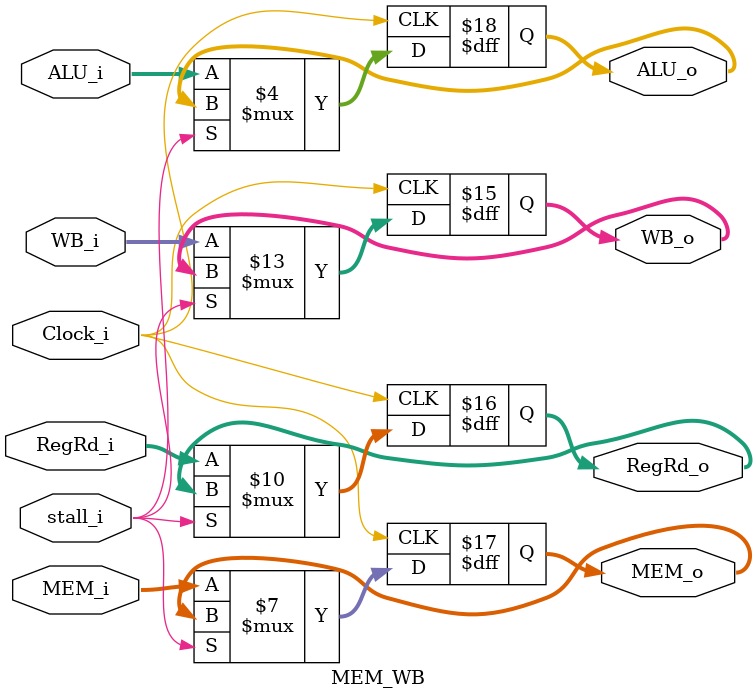
<source format=v>
module MEM_WB(
    stall_i,
    Clock_i,
    WB_i,
    MEM_i,
    ALU_i,
    RegRd_i,
    WB_o,
    MEM_o,
    ALU_o,
    RegRd_o
);

input				   stall_i;
input Clock_i;
input [1:0] WB_i;
input [4:0] RegRd_i;
input [31:0] MEM_i, ALU_i;

output [1:0] WB_o;
output [4:0] RegRd_o;
output [31:0] MEM_o, ALU_o;

reg [1:0] WB_o;
reg [4:0] RegRd_o;
reg [31:0] MEM_o, ALU_o;

initial begin
    WB_o = 0;
    RegRd_o = 0;
    MEM_o = 0;
    ALU_o = 0;
end

always@(posedge Clock_i)
begin
    if(stall_i) begin
    end else begin
    WB_o <= WB_i;
    RegRd_o <= RegRd_i;
    MEM_o <= MEM_i;
    ALU_o <= ALU_i;
    end
end

endmodule
</source>
